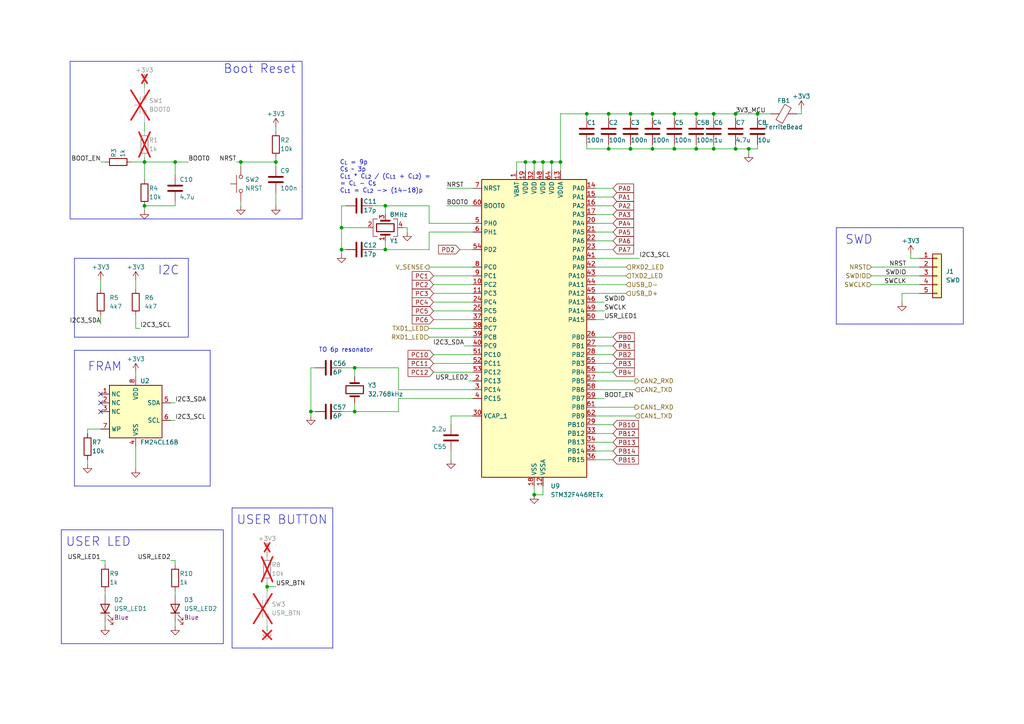
<source format=kicad_sch>
(kicad_sch (version 20231120) (generator "eeschema") (generator_version "8.0")
  (paper "A4")
  (title_block (title "MCU"))
  (lib_symbols
    (symbol "Connector_Generic:Conn_01x05" (pin_names (offset 1.016) hide)
      (property "Reference" "J" (at 0 7.62 0))
      (property "Value" "Conn_01x05" (at 0 -7.62 0))
      (symbol "Conn_01x05_1_1"
        (rectangle (start -1.27 -4.953) (end 0 -5.207) (stroke (width 0.1524)))
        (rectangle (start -1.27 -2.413) (end 0 -2.667) (stroke (width 0.1524)))
        (rectangle (start -1.27 0.127) (end 0 -0.127) (stroke (width 0.1524)))
        (rectangle (start -1.27 2.667) (end 0 2.413) (stroke (width 0.1524)))
        (rectangle (start -1.27 5.207) (end 0 4.953) (stroke (width 0.1524)))
        (rectangle (start -1.27 6.35) (end 1.27 -6.35) (stroke (width 0.254)) (fill (type background)))
        (pin passive line (at -5.08 5.08 0) (length 3.81) (name "Pin_1") (number "1"))
        (pin passive line (at -5.08 2.54 0) (length 3.81) (name "Pin_2") (number "2"))
        (pin passive line (at -5.08 0 0) (length 3.81) (name "Pin_3") (number "3"))
        (pin passive line (at -5.08 -2.54 0) (length 3.81) (name "Pin_4") (number "4"))
        (pin passive line (at -5.08 -5.08 0) (length 3.81) (name "Pin_5") (number "5"))
      )
    )
    (symbol "Device:C" (pin_numbers hide) (pin_names (offset 0.254))
      (property "Reference" "C" (at 0.635 2.54 0))
      (property "Value" "C" (at 0.635 -2.54 0))
      (symbol "C_0_1"
        (polyline (pts (xy -2.032 -0.762) (xy 2.032 -0.762)) (stroke (width 0.508)))
        (polyline (pts (xy -2.032 0.762) (xy 2.032 0.762)) (stroke (width 0.508)))
      )
      (symbol "C_1_1"
        (pin passive line (at 0 3.81 270) (length 2.794) (name "~") (number "1"))
        (pin passive line (at 0 -3.81 90) (length 2.794) (name "~") (number "2"))
      )
    )
    (symbol "Device:Crystal" (pin_numbers hide) (pin_names (offset 1.016) hide)
      (property "Reference" "Y" (at 0 3.81 0))
      (property "Value" "Crystal" (at 0 -3.81 0))
      (symbol "Crystal_0_1"
        (rectangle (start -1.143 2.54) (end 1.143 -2.54) (stroke (width 0.3048)))
        (polyline (pts (xy -2.54 0) (xy -1.905 0)))
        (polyline (pts (xy -1.905 -1.27) (xy -1.905 1.27)) (stroke (width 0.508)))
        (polyline (pts (xy 1.905 -1.27) (xy 1.905 1.27)) (stroke (width 0.508)))
        (polyline (pts (xy 2.54 0) (xy 1.905 0)))
      )
      (symbol "Crystal_1_1"
        (pin passive line (at -3.81 0 0) (length 1.27) (name "1") (number "1"))
        (pin passive line (at 3.81 0 180) (length 1.27) (name "2") (number "2"))
      )
    )
    (symbol "Device:Crystal_GND24" (pin_names (offset 1.016) hide)
      (property "Reference" "Y" (at 3.175 5.08 0))
      (property "Value" "Crystal_GND24" (at 3.175 3.175 0))
      (symbol "Crystal_GND24_0_1"
        (rectangle (start -1.143 2.54) (end 1.143 -2.54) (stroke (width 0.3048)))
        (polyline (pts (xy -2.54 0) (xy -2.032 0)))
        (polyline (pts (xy -2.032 -1.27) (xy -2.032 1.27)) (stroke (width 0.508)))
        (polyline (pts (xy 0 -3.81) (xy 0 -3.556)))
        (polyline (pts (xy 0 3.556) (xy 0 3.81)))
        (polyline (pts (xy 2.032 -1.27) (xy 2.032 1.27)) (stroke (width 0.508)))
        (polyline (pts (xy 2.032 0) (xy 2.54 0)))
        (polyline (pts (xy -2.54 -2.286) (xy -2.54 -3.556) (xy 2.54 -3.556) (xy 2.54 -2.286)))
        (polyline (pts (xy -2.54 2.286) (xy -2.54 3.556) (xy 2.54 3.556) (xy 2.54 2.286)))
      )
      (symbol "Crystal_GND24_1_1"
        (pin passive line (at -3.81 0 0) (length 1.27) (name "1") (number "1"))
        (pin passive line (at 0 5.08 270) (length 1.27) (name "2") (number "2"))
        (pin passive line (at 3.81 0 180) (length 1.27) (name "3") (number "3"))
        (pin passive line (at 0 -5.08 90) (length 1.27) (name "4") (number "4"))
      )
    )
    (symbol "Device:FerriteBead" (pin_numbers hide) (pin_names (offset 0))
      (property "Reference" "FB" (at -3.81 0.635 90))
      (property "Value" "FerriteBead" (at 3.81 0 90))
      (symbol "FerriteBead_0_1"
        (polyline (pts (xy 0 -1.27) (xy 0 -1.2192)))
        (polyline (pts (xy 0 1.27) (xy 0 1.2954)))
        (polyline (pts (xy -2.7686 0.4064) (xy -1.7018 2.2606) (xy 2.7686 -0.3048) (xy 1.6764 -2.159) (xy -2.7686 0.4064)))
      )
      (symbol "FerriteBead_1_1"
        (pin passive line (at 0 3.81 270) (length 2.54) (name "~") (number "1"))
        (pin passive line (at 0 -3.81 90) (length 2.54) (name "~") (number "2"))
      )
    )
    (symbol "Device:LED" (pin_numbers hide) (pin_names (offset 1.016) hide)
      (property "Reference" "D" (at 0 2.54 0))
      (property "Value" "LED" (at 0 -2.54 0))
      (symbol "LED_0_1"
        (polyline (pts (xy -1.27 -1.27) (xy -1.27 1.27)) (stroke (width 0.254)))
        (polyline (pts (xy -1.27 0) (xy 1.27 0)))
        (polyline (pts (xy 1.27 -1.27) (xy 1.27 1.27) (xy -1.27 0) (xy 1.27 -1.27)) (stroke (width 0.254)))
        (polyline (pts (xy -3.048 -0.762) (xy -4.572 -2.286) (xy -3.81 -2.286) (xy -4.572 -2.286) (xy -4.572 -1.524)))
        (polyline (pts (xy -1.778 -0.762) (xy -3.302 -2.286) (xy -2.54 -2.286) (xy -3.302 -2.286) (xy -3.302 -1.524)))
      )
      (symbol "LED_1_1"
        (pin passive line (at -3.81 0 0) (length 2.54) (name "K") (number "1"))
        (pin passive line (at 3.81 0 180) (length 2.54) (name "A") (number "2"))
      )
    )
    (symbol "Device:R" (pin_numbers hide) (pin_names (offset 0))
      (property "Reference" "R" (at 2.032 0 90))
      (property "Value" "R" (at 0 0 90))
      (symbol "R_0_1"
        (rectangle (start -1.016 -2.54) (end 1.016 2.54) (stroke (width 0.254)))
      )
      (symbol "R_1_1"
        (pin passive line (at 0 3.81 270) (length 1.27) (name "~") (number "1"))
        (pin passive line (at 0 -3.81 90) (length 1.27) (name "~") (number "2"))
      )
    )
    (symbol "GND_1" (power) (pin_names (offset 0))
      (property "Value" "GND_1" (at 0 -3.81 0))
      (symbol "GND_1_0_1"
        (polyline (pts (xy 0 0) (xy 0 -1.27) (xy 1.27 -1.27) (xy 0 -2.54) (xy -1.27 -1.27) (xy 0 -1.27)))
      )
      (symbol "GND_1_1_1"
        (pin power_in line (at 0 0 270) (length 0) hide (name "GND") (number "1"))
      )
    )
    (symbol "MCU_ST_STM32F4:STM32F446RETx"
      (property "Reference" "U" (at -15.24 44.45 0))
      (property "Value" "STM32F446RETx" (at 10.16 44.45 0))
      (symbol "STM32F446RETx_0_1"
        (rectangle (start -15.24 -43.18) (end 15.24 43.18) (stroke (width 0.254)) (fill (type background)))
      )
      (symbol "STM32F446RETx_1_1"
        (pin power_in line (at -5.08 45.72 270) (length 2.54) (name "VBAT") (number "1"))
        (pin bidirectional line (at -17.78 12.7 0) (length 2.54) (name "PC2") (number "10"))
        (pin bidirectional line (at -17.78 10.16 0) (length 2.54) (name "PC3") (number "11"))
        (pin power_in line (at 2.54 -45.72 90) (length 2.54) (name "VSSA") (number "12"))
        (pin power_in line (at 7.62 45.72 270) (length 2.54) (name "VDDA") (number "13"))
        (pin bidirectional line (at 17.78 40.64 180) (length 2.54) (name "PA0") (number "14"))
        (pin bidirectional line (at 17.78 38.1 180) (length 2.54) (name "PA1") (number "15"))
        (pin bidirectional line (at 17.78 35.56 180) (length 2.54) (name "PA2") (number "16"))
        (pin bidirectional line (at 17.78 33.02 180) (length 2.54) (name "PA3") (number "17"))
        (pin power_in line (at 0 -45.72 90) (length 2.54) (name "VSS") (number "18"))
        (pin power_in line (at -2.54 45.72 270) (length 2.54) (name "VDD") (number "19"))
        (pin bidirectional line (at -17.78 -15.24 0) (length 2.54) (name "PC13") (number "2"))
        (pin bidirectional line (at 17.78 30.48 180) (length 2.54) (name "PA4") (number "20"))
        (pin bidirectional line (at 17.78 27.94 180) (length 2.54) (name "PA5") (number "21"))
        (pin bidirectional line (at 17.78 25.4 180) (length 2.54) (name "PA6") (number "22"))
        (pin bidirectional line (at 17.78 22.86 180) (length 2.54) (name "PA7") (number "23"))
        (pin bidirectional line (at -17.78 7.62 0) (length 2.54) (name "PC4") (number "24"))
        (pin bidirectional line (at -17.78 5.08 0) (length 2.54) (name "PC5") (number "25"))
        (pin bidirectional line (at 17.78 -2.54 180) (length 2.54) (name "PB0") (number "26"))
        (pin bidirectional line (at 17.78 -5.08 180) (length 2.54) (name "PB1") (number "27"))
        (pin bidirectional line (at 17.78 -7.62 180) (length 2.54) (name "PB2") (number "28"))
        (pin bidirectional line (at 17.78 -27.94 180) (length 2.54) (name "PB10") (number "29"))
        (pin bidirectional line (at -17.78 -17.78 0) (length 2.54) (name "PC14") (number "3"))
        (pin power_out line (at -17.78 -25.4 0) (length 2.54) (name "VCAP_1") (number "30"))
        (pin passive line (at 0 -45.72 90) (length 2.54) hide (name "VSS") (number "31"))
        (pin power_in line (at 0 45.72 270) (length 2.54) (name "VDD") (number "32"))
        (pin bidirectional line (at 17.78 -30.48 180) (length 2.54) (name "PB12") (number "33"))
        (pin bidirectional line (at 17.78 -33.02 180) (length 2.54) (name "PB13") (number "34"))
        (pin bidirectional line (at 17.78 -35.56 180) (length 2.54) (name "PB14") (number "35"))
        (pin bidirectional line (at 17.78 -38.1 180) (length 2.54) (name "PB15") (number "36"))
        (pin bidirectional line (at -17.78 2.54 0) (length 2.54) (name "PC6") (number "37"))
        (pin bidirectional line (at -17.78 0 0) (length 2.54) (name "PC7") (number "38"))
        (pin bidirectional line (at -17.78 -2.54 0) (length 2.54) (name "PC8") (number "39"))
        (pin bidirectional line (at -17.78 -20.32 0) (length 2.54) (name "PC15") (number "4"))
        (pin bidirectional line (at -17.78 -5.08 0) (length 2.54) (name "PC9") (number "40"))
        (pin bidirectional line (at 17.78 20.32 180) (length 2.54) (name "PA8") (number "41"))
        (pin bidirectional line (at 17.78 17.78 180) (length 2.54) (name "PA9") (number "42"))
        (pin bidirectional line (at 17.78 15.24 180) (length 2.54) (name "PA10") (number "43"))
        (pin bidirectional line (at 17.78 12.7 180) (length 2.54) (name "PA11") (number "44"))
        (pin bidirectional line (at 17.78 10.16 180) (length 2.54) (name "PA12") (number "45"))
        (pin bidirectional line (at 17.78 7.62 180) (length 2.54) (name "PA13") (number "46"))
        (pin passive line (at 0 -45.72 90) (length 2.54) hide (name "VSS") (number "47"))
        (pin power_in line (at 2.54 45.72 270) (length 2.54) (name "VDD") (number "48"))
        (pin bidirectional line (at 17.78 5.08 180) (length 2.54) (name "PA14") (number "49"))
        (pin bidirectional line (at -17.78 30.48 0) (length 2.54) (name "PH0") (number "5"))
        (pin bidirectional line (at 17.78 2.54 180) (length 2.54) (name "PA15") (number "50"))
        (pin bidirectional line (at -17.78 -7.62 0) (length 2.54) (name "PC10") (number "51"))
        (pin bidirectional line (at -17.78 -10.16 0) (length 2.54) (name "PC11") (number "52"))
        (pin bidirectional line (at -17.78 -12.7 0) (length 2.54) (name "PC12") (number "53"))
        (pin bidirectional line (at -17.78 22.86 0) (length 2.54) (name "PD2") (number "54"))
        (pin bidirectional line (at 17.78 -10.16 180) (length 2.54) (name "PB3") (number "55"))
        (pin bidirectional line (at 17.78 -12.7 180) (length 2.54) (name "PB4") (number "56"))
        (pin bidirectional line (at 17.78 -15.24 180) (length 2.54) (name "PB5") (number "57"))
        (pin bidirectional line (at 17.78 -17.78 180) (length 2.54) (name "PB6") (number "58"))
        (pin bidirectional line (at 17.78 -20.32 180) (length 2.54) (name "PB7") (number "59"))
        (pin bidirectional line (at -17.78 27.94 0) (length 2.54) (name "PH1") (number "6"))
        (pin input line (at -17.78 35.56 0) (length 2.54) (name "BOOT0") (number "60"))
        (pin bidirectional line (at 17.78 -22.86 180) (length 2.54) (name "PB8") (number "61"))
        (pin bidirectional line (at 17.78 -25.4 180) (length 2.54) (name "PB9") (number "62"))
        (pin passive line (at 0 -45.72 90) (length 2.54) hide (name "VSS") (number "63"))
        (pin power_in line (at 5.08 45.72 270) (length 2.54) (name "VDD") (number "64"))
        (pin input line (at -17.78 40.64 0) (length 2.54) (name "NRST") (number "7"))
        (pin bidirectional line (at -17.78 17.78 0) (length 2.54) (name "PC0") (number "8"))
        (pin bidirectional line (at -17.78 15.24 0) (length 2.54) (name "PC1") (number "9"))
      )
    )
    (symbol "Switch:SW_Push" (pin_numbers hide) (pin_names (offset 1.016) hide)
      (property "Reference" "SW" (at 1.27 2.54 0))
      (property "Value" "SW_Push" (at 0 -1.524 0))
      (symbol "SW_Push_0_1"
        (circle (center -2.032 0) (radius 0.508))
        (polyline (pts (xy 0 1.27) (xy 0 3.048)))
        (polyline (pts (xy 2.54 1.27) (xy -2.54 1.27)))
        (circle (center 2.032 0) (radius 0.508))
        (pin passive line (at -5.08 0 0) (length 2.54) (name "1") (number "1"))
        (pin passive line (at 5.08 0 180) (length 2.54) (name "2") (number "2"))
      )
    )
    (symbol "custom_symbols:FM24CL16B"
      (property "Reference" "U" (at 6.35 11.43 0))
      (property "Value" "FM24CL16B" (at 6.35 8.89 0))
      (symbol "FM24CL16B_0_1"
        (rectangle (start -7.62 7.62) (end 7.62 -7.62) (stroke (width 0.254)) (fill (type background)))
      )
      (symbol "FM24CL16B_1_1"
        (pin unspecified line (at -10.16 5.08 0) (length 2.54) (name "NC") (number "1"))
        (pin unspecified line (at -10.16 2.54 0) (length 2.54) (name "NC") (number "2"))
        (pin unspecified line (at -10.16 0 0) (length 2.54) (name "NC") (number "3"))
        (pin power_in line (at 0 -10.16 90) (length 2.54) (name "VSS") (number "4"))
        (pin bidirectional line (at 10.16 2.54 180) (length 2.54) (name "SDA") (number "5"))
        (pin input line (at 10.16 -2.54 180) (length 2.54) (name "SCL") (number "6"))
        (pin input line (at -10.16 -5.08 0) (length 2.54) (name "WP") (number "7"))
        (pin power_in line (at 0 10.16 270) (length 2.54) (name "VDD") (number "8"))
      )
    )
    (symbol "power:+3V3" (power) (pin_names (offset 0))
      (property "Value" "+3V3" (at 0 3.556 0))
      (symbol "+3V3_0_1"
        (polyline (pts (xy -0.762 1.27) (xy 0 2.54)))
        (polyline (pts (xy 0 0) (xy 0 2.54)))
        (polyline (pts (xy 0 2.54) (xy 0.762 1.27)))
      )
      (symbol "+3V3_1_1"
        (pin power_in line (at 0 0 90) (length 0) hide (name "+3V3") (number "1"))
      )
    )
    (symbol "power:GND" (power) (pin_names (offset 0))
      (property "Value" "GND" (at 0 -3.81 0))
      (symbol "GND_0_1"
        (polyline (pts (xy 0 0) (xy 0 -1.27) (xy 1.27 -1.27) (xy 0 -2.54) (xy -1.27 -1.27) (xy 0 -1.27)))
      )
      (symbol "GND_1_1"
        (pin power_in line (at 0 0 270) (length 0) hide (name "GND") (number "1"))
      )
    )
  )
  (junction (at 80.01 46.99))
  (junction (at 176.53 33.02))
  (junction (at 102.87 119.38))
  (junction (at 217.17 43.18))
  (junction (at 170.18 33.02))
  (junction (at 201.93 43.18))
  (junction (at 207.01 43.18))
  (junction (at 160.02 46.99))
  (junction (at 213.36 33.02))
  (junction (at 207.01 33.02))
  (junction (at 162.56 46.99))
  (junction (at 195.58 43.18))
  (junction (at 69.85 46.99))
  (junction (at 99.06 72.39))
  (junction (at 41.91 46.99))
  (junction (at 219.71 33.02))
  (junction (at 102.87 106.68))
  (junction (at 182.88 43.18))
  (junction (at 152.4 46.99))
  (junction (at 189.23 43.18))
  (junction (at 77.47 170.18))
  (junction (at 90.17 119.38))
  (junction (at 157.48 46.99))
  (junction (at 154.94 143.51))
  (junction (at 99.06 66.04))
  (junction (at 195.58 33.02))
  (junction (at 111.76 59.69))
  (junction (at 41.91 59.69))
  (junction (at 213.36 43.18))
  (junction (at 182.88 33.02))
  (junction (at 50.8 46.99))
  (junction (at 189.23 33.02))
  (junction (at 111.76 72.39))
  (junction (at 154.94 46.99))
  (junction (at 201.93 33.02))
  (junction (at 176.53 43.18))
  (no_connect (at 29.21 116.84))
  (no_connect (at 29.21 119.38))
  (no_connect (at 29.21 114.3))
  (wire (pts (xy 90.17 119.38) (xy 90.17 120.65)))
  (wire (pts (xy 172.72 107.95) (xy 177.8 107.95)))
  (wire (pts (xy 41.91 35.56) (xy 41.91 38.1)))
  (wire (pts (xy 160.02 46.99) (xy 157.48 46.99)))
  (wire (pts (xy 176.53 33.02) (xy 182.88 33.02)))
  (wire (pts (xy 154.94 46.99) (xy 152.4 46.99)))
  (wire (pts (xy 69.85 58.42) (xy 69.85 59.69)))
  (wire (pts (xy 99.06 66.04) (xy 106.68 66.04)))
  (wire (pts (xy 50.8 46.99) (xy 54.61 46.99)))
  (wire (pts (xy 172.72 77.47) (xy 181.61 77.47)))
  (wire (pts (xy 50.8 162.56) (xy 50.8 163.83)))
  (polyline (pts (xy 60.96 101.6) (xy 60.96 140.97)))
  (wire (pts (xy 172.72 110.49) (xy 184.15 110.49)))
  (wire (pts (xy 182.88 41.91) (xy 182.88 43.18)))
  (wire (pts (xy 41.91 46.99) (xy 41.91 52.07)))
  (wire (pts (xy 201.93 33.02) (xy 207.01 33.02)))
  (wire (pts (xy 172.72 113.03) (xy 184.15 113.03)))
  (wire (pts (xy 172.72 62.23) (xy 177.8 62.23)))
  (wire (pts (xy 162.56 33.02) (xy 170.18 33.02)))
  (wire (pts (xy 50.8 180.34) (xy 50.8 181.61)))
  (wire (pts (xy 172.72 82.55) (xy 181.61 82.55)))
  (wire (pts (xy 102.87 119.38) (xy 102.87 116.84)))
  (wire (pts (xy 25.4 124.46) (xy 25.4 125.73)))
  (wire (pts (xy 130.81 130.81) (xy 130.81 133.35)))
  (wire (pts (xy 39.37 95.25) (xy 39.37 91.44)))
  (wire (pts (xy 77.47 168.91) (xy 77.47 170.18)))
  (wire (pts (xy 41.91 25.4) (xy 41.91 24.13)))
  (polyline (pts (xy 67.31 147.32) (xy 67.31 187.96)))
  (wire (pts (xy 176.53 34.29) (xy 176.53 33.02)))
  (wire (pts (xy 172.72 133.35) (xy 177.8 133.35)))
  (wire (pts (xy 29.21 81.28) (xy 29.21 83.82)))
  (wire (pts (xy 77.47 170.18) (xy 77.47 171.45)))
  (wire (pts (xy 175.26 115.57) (xy 172.72 115.57)))
  (wire (pts (xy 261.62 85.09) (xy 261.62 87.63)))
  (wire (pts (xy 125.73 92.71) (xy 137.16 92.71)))
  (wire (pts (xy 99.06 72.39) (xy 99.06 73.66)))
  (wire (pts (xy 154.94 143.51) (xy 157.48 143.51)))
  (wire (pts (xy 30.48 171.45) (xy 30.48 172.72)))
  (wire (pts (xy 149.86 46.99) (xy 149.86 49.53)))
  (wire (pts (xy 207.01 43.18) (xy 213.36 43.18)))
  (wire (pts (xy 107.95 72.39) (xy 111.76 72.39)))
  (wire (pts (xy 154.94 46.99) (xy 154.94 49.53)))
  (wire (pts (xy 172.72 128.27) (xy 177.8 128.27)))
  (wire (pts (xy 157.48 140.97) (xy 157.48 143.51)))
  (polyline (pts (xy 17.78 153.67) (xy 64.77 153.67)))
  (wire (pts (xy 172.72 97.79) (xy 177.8 97.79)))
  (wire (pts (xy 115.57 106.68) (xy 102.87 106.68)))
  (polyline (pts (xy 17.78 186.69) (xy 64.77 186.69)))
  (wire (pts (xy 124.46 67.31) (xy 124.46 72.39)))
  (wire (pts (xy 152.4 46.99) (xy 149.86 46.99)))
  (wire (pts (xy 102.87 109.22) (xy 102.87 106.68)))
  (wire (pts (xy 39.37 107.95) (xy 39.37 109.22)))
  (wire (pts (xy 162.56 33.02) (xy 162.56 46.99)))
  (polyline (pts (xy 60.96 140.97) (xy 21.59 140.97)))
  (polyline (pts (xy 17.78 186.69) (xy 17.78 153.67)))
  (wire (pts (xy 137.16 113.03) (xy 115.57 113.03)))
  (wire (pts (xy 99.06 59.69) (xy 99.06 66.04)))
  (wire (pts (xy 176.53 41.91) (xy 176.53 43.18)))
  (wire (pts (xy 124.46 97.79) (xy 137.16 97.79)))
  (wire (pts (xy 124.46 59.69) (xy 111.76 59.69)))
  (wire (pts (xy 219.71 33.02) (xy 219.71 34.29)))
  (wire (pts (xy 162.56 46.99) (xy 160.02 46.99)))
  (wire (pts (xy 182.88 33.02) (xy 189.23 33.02)))
  (wire (pts (xy 118.11 66.04) (xy 118.11 67.31)))
  (wire (pts (xy 172.72 85.09) (xy 181.61 85.09)))
  (wire (pts (xy 50.8 46.99) (xy 41.91 46.99)))
  (wire (pts (xy 175.26 90.17) (xy 172.72 90.17)))
  (wire (pts (xy 213.36 41.91) (xy 213.36 43.18)))
  (wire (pts (xy 129.54 54.61) (xy 137.16 54.61)))
  (polyline (pts (xy 96.52 187.96) (xy 67.31 187.96)))
  (wire (pts (xy 172.72 59.69) (xy 177.8 59.69)))
  (wire (pts (xy 50.8 59.69) (xy 41.91 59.69)))
  (wire (pts (xy 172.72 57.15) (xy 177.8 57.15)))
  (wire (pts (xy 29.21 91.44) (xy 29.21 93.98)))
  (wire (pts (xy 125.73 82.55) (xy 137.16 82.55)))
  (wire (pts (xy 170.18 33.02) (xy 170.18 34.29)))
  (wire (pts (xy 29.21 46.99) (xy 30.48 46.99)))
  (wire (pts (xy 182.88 33.02) (xy 182.88 34.29)))
  (wire (pts (xy 172.72 67.31) (xy 177.8 67.31)))
  (wire (pts (xy 176.53 43.18) (xy 182.88 43.18)))
  (wire (pts (xy 195.58 33.02) (xy 195.58 34.29)))
  (wire (pts (xy 99.06 66.04) (xy 99.06 72.39)))
  (wire (pts (xy 49.53 121.92) (xy 50.8 121.92)))
  (polyline (pts (xy 242.57 93.98) (xy 242.57 66.04)))
  (wire (pts (xy 195.58 33.02) (xy 201.93 33.02)))
  (wire (pts (xy 172.72 118.11) (xy 184.15 118.11)))
  (wire (pts (xy 252.73 80.01) (xy 266.7 80.01)))
  (wire (pts (xy 170.18 43.18) (xy 176.53 43.18)))
  (wire (pts (xy 207.01 33.02) (xy 213.36 33.02)))
  (wire (pts (xy 50.8 171.45) (xy 50.8 172.72)))
  (wire (pts (xy 25.4 134.62) (xy 25.4 133.35)))
  (wire (pts (xy 172.72 100.33) (xy 177.8 100.33)))
  (wire (pts (xy 68.58 46.99) (xy 69.85 46.99)))
  (wire (pts (xy 189.23 43.18) (xy 195.58 43.18)))
  (wire (pts (xy 213.36 33.02) (xy 213.36 34.29)))
  (wire (pts (xy 172.72 72.39) (xy 177.8 72.39)))
  (wire (pts (xy 133.35 72.39) (xy 137.16 72.39)))
  (wire (pts (xy 201.93 41.91) (xy 201.93 43.18)))
  (wire (pts (xy 266.7 85.09) (xy 261.62 85.09)))
  (polyline (pts (xy 242.57 66.04) (xy 279.4 66.04)))
  (wire (pts (xy 172.72 102.87) (xy 177.8 102.87)))
  (wire (pts (xy 107.95 59.69) (xy 111.76 59.69)))
  (polyline (pts (xy 21.59 101.6) (xy 21.59 140.97)))
  (wire (pts (xy 80.01 38.1) (xy 80.01 36.83)))
  (wire (pts (xy 201.93 33.02) (xy 201.93 34.29)))
  (polyline (pts (xy 242.57 93.98) (xy 279.4 93.98)))
  (wire (pts (xy 219.71 43.18) (xy 217.17 43.18)))
  (wire (pts (xy 125.73 80.01) (xy 137.16 80.01)))
  (wire (pts (xy 49.53 162.56) (xy 50.8 162.56)))
  (wire (pts (xy 130.81 123.19) (xy 130.81 120.65)))
  (wire (pts (xy 39.37 95.25) (xy 40.64 95.25)))
  (wire (pts (xy 99.06 72.39) (xy 100.33 72.39)))
  (wire (pts (xy 125.73 105.41) (xy 137.16 105.41)))
  (wire (pts (xy 91.44 106.68) (xy 90.17 106.68)))
  (wire (pts (xy 77.47 181.61) (xy 77.47 182.88)))
  (wire (pts (xy 252.73 77.47) (xy 266.7 77.47)))
  (wire (pts (xy 125.73 90.17) (xy 137.16 90.17)))
  (wire (pts (xy 195.58 43.18) (xy 201.93 43.18)))
  (wire (pts (xy 172.72 69.85) (xy 177.8 69.85)))
  (wire (pts (xy 219.71 41.91) (xy 219.71 43.18)))
  (wire (pts (xy 116.84 66.04) (xy 118.11 66.04)))
  (polyline (pts (xy 96.52 147.32) (xy 96.52 187.96)))
  (wire (pts (xy 172.72 130.81) (xy 177.8 130.81)))
  (wire (pts (xy 99.06 106.68) (xy 102.87 106.68)))
  (wire (pts (xy 152.4 46.99) (xy 152.4 49.53)))
  (wire (pts (xy 129.54 59.69) (xy 137.16 59.69)))
  (wire (pts (xy 77.47 160.02) (xy 77.47 161.29)))
  (wire (pts (xy 125.73 102.87) (xy 137.16 102.87)))
  (wire (pts (xy 213.36 33.02) (xy 219.71 33.02)))
  (wire (pts (xy 213.36 43.18) (xy 217.17 43.18)))
  (wire (pts (xy 172.72 87.63) (xy 175.26 87.63)))
  (wire (pts (xy 207.01 33.02) (xy 207.01 34.29)))
  (wire (pts (xy 30.48 162.56) (xy 30.48 163.83)))
  (wire (pts (xy 39.37 81.28) (xy 39.37 83.82)))
  (wire (pts (xy 80.01 46.99) (xy 80.01 48.26)))
  (wire (pts (xy 130.81 120.65) (xy 137.16 120.65)))
  (wire (pts (xy 170.18 41.91) (xy 170.18 43.18)))
  (wire (pts (xy 50.8 50.8) (xy 50.8 46.99)))
  (wire (pts (xy 137.16 67.31) (xy 124.46 67.31)))
  (wire (pts (xy 41.91 45.72) (xy 41.91 46.99)))
  (wire (pts (xy 252.73 82.55) (xy 266.7 82.55)))
  (wire (pts (xy 217.17 43.18) (xy 217.17 44.45)))
  (wire (pts (xy 266.7 74.93) (xy 264.16 74.93)))
  (wire (pts (xy 124.46 95.25) (xy 137.16 95.25)))
  (wire (pts (xy 172.72 123.19) (xy 177.8 123.19)))
  (wire (pts (xy 207.01 41.91) (xy 207.01 43.18)))
  (wire (pts (xy 201.93 43.18) (xy 207.01 43.18)))
  (wire (pts (xy 100.33 59.69) (xy 99.06 59.69)))
  (wire (pts (xy 189.23 33.02) (xy 189.23 34.29)))
  (wire (pts (xy 195.58 41.91) (xy 195.58 43.18)))
  (polyline (pts (xy 279.4 66.04) (xy 279.4 93.98)))
  (wire (pts (xy 111.76 72.39) (xy 111.76 69.85)))
  (wire (pts (xy 69.85 46.99) (xy 69.85 48.26)))
  (wire (pts (xy 77.47 170.18) (xy 80.01 170.18)))
  (wire (pts (xy 49.53 116.84) (xy 50.8 116.84)))
  (wire (pts (xy 124.46 72.39) (xy 111.76 72.39)))
  (wire (pts (xy 189.23 41.91) (xy 189.23 43.18)))
  (wire (pts (xy 264.16 74.93) (xy 264.16 73.66)))
  (wire (pts (xy 115.57 115.57) (xy 115.57 119.38)))
  (wire (pts (xy 160.02 49.53) (xy 160.02 46.99)))
  (wire (pts (xy 25.4 124.46) (xy 29.21 124.46)))
  (wire (pts (xy 172.72 120.65) (xy 184.15 120.65)))
  (wire (pts (xy 41.91 59.69) (xy 41.91 60.96)))
  (wire (pts (xy 232.41 33.02) (xy 231.14 33.02)))
  (wire (pts (xy 157.48 46.99) (xy 154.94 46.99)))
  (wire (pts (xy 69.85 46.99) (xy 80.01 46.99)))
  (wire (pts (xy 172.72 64.77) (xy 177.8 64.77)))
  (wire (pts (xy 125.73 87.63) (xy 137.16 87.63)))
  (wire (pts (xy 172.72 125.73) (xy 177.8 125.73)))
  (wire (pts (xy 219.71 33.02) (xy 223.52 33.02)))
  (wire (pts (xy 135.89 110.49) (xy 137.16 110.49)))
  (wire (pts (xy 124.46 64.77) (xy 124.46 59.69)))
  (wire (pts (xy 90.17 119.38) (xy 91.44 119.38)))
  (wire (pts (xy 232.41 31.75) (xy 232.41 33.02)))
  (wire (pts (xy 125.73 85.09) (xy 137.16 85.09)))
  (wire (pts (xy 80.01 45.72) (xy 80.01 46.99)))
  (wire (pts (xy 115.57 119.38) (xy 102.87 119.38)))
  (polyline (pts (xy 21.59 101.6) (xy 60.96 101.6)))
  (wire (pts (xy 39.37 129.54) (xy 39.37 135.89)))
  (wire (pts (xy 137.16 115.57) (xy 115.57 115.57)))
  (wire (pts (xy 99.06 119.38) (xy 102.87 119.38)))
  (wire (pts (xy 38.1 46.99) (xy 41.91 46.99)))
  (polyline (pts (xy 64.77 153.67) (xy 64.77 186.69)))
  (wire (pts (xy 172.72 92.71) (xy 175.26 92.71)))
  (wire (pts (xy 111.76 62.23) (xy 111.76 59.69)))
  (wire (pts (xy 125.73 107.95) (xy 137.16 107.95)))
  (wire (pts (xy 115.57 113.03) (xy 115.57 106.68)))
  (wire (pts (xy 172.72 80.01) (xy 181.61 80.01)))
  (wire (pts (xy 172.72 105.41) (xy 177.8 105.41)))
  (wire (pts (xy 185.42 74.93) (xy 172.72 74.93)))
  (wire (pts (xy 50.8 58.42) (xy 50.8 59.69)))
  (polyline (pts (xy 67.31 147.32) (xy 96.52 147.32)))
  (wire (pts (xy 90.17 106.68) (xy 90.17 119.38)))
  (wire (pts (xy 134.62 100.33) (xy 137.16 100.33)))
  (wire (pts (xy 154.94 140.97) (xy 154.94 143.51)))
  (wire (pts (xy 137.16 64.77) (xy 124.46 64.77)))
  (wire (pts (xy 162.56 49.53) (xy 162.56 46.99)))
  (wire (pts (xy 172.72 54.61) (xy 177.8 54.61)))
  (wire (pts (xy 124.46 77.47) (xy 137.16 77.47)))
  (wire (pts (xy 80.01 55.88) (xy 80.01 59.69)))
  (wire (pts (xy 157.48 46.99) (xy 157.48 49.53)))
  (wire (pts (xy 182.88 43.18) (xy 189.23 43.18)))
  (wire (pts (xy 30.48 180.34) (xy 30.48 181.61)))
  (wire (pts (xy 29.21 162.56) (xy 30.48 162.56)))
  (wire (pts (xy 170.18 33.02) (xy 176.53 33.02)))
  (wire (pts (xy 189.23 33.02) (xy 195.58 33.02)))
  (rectangle (start 21.59 74.93) (end 54.61 97.79))
  (rectangle (start 20.32 17.78) (end 87.63 63.5))
  (text "SWD" (at 245.11 71.12 0) (effects (font (size 2.54 2.54)) (justify left bottom)))
  (text "I2C" (at 45.72 80.01 0) (effects (font (size 2.54 2.54)) (justify left bottom)))
  (text "USER BUTTON" (at 68.58 152.4 0) (effects (font (size 2.54 2.54)) (justify left bottom)))
  (text "TO 6p resonator\n" (at 100.33 101.6 0) (effects (font (size 1.27 1.27))))
  (text "FRAM" (at 25.4 107.95 0) (effects (font (size 2.54 2.54)) (justify left bottom)))
  (text "C_{L} = 9p\nC_{S} ~ 3p\nC_{L1} * C_{L2} / (C_{L1} + C_{L2}) =\n= C_{L} - C_{S}\nC_{L1} = C_{L2} -> (14-18)p" (at 98.552 56.134 0) (effects (font (size 1.27 1.27)) (justify left bottom)))
  (text "USER LED" (at 19.05 158.75 0) (effects (font (size 2.54 2.54)) (justify left bottom)))
  (text "Boot Reset" (at 64.77 21.59 0) (effects (font (size 2.54 2.54)) (justify left bottom)))
  (label "I2C3_SDA" (at 29.21 93.98 180))
  (label "NRST" (at 129.54 54.61 0))
  (label "BOOT_EN" (at 175.26 115.57 0))
  (label "SWDIO" (at 262.89 80.01 180))
  (label "BOOT0" (at 129.54 59.69 0))
  (label "I2C3_SDA" (at 50.8 116.84 0))
  (label "I2C3_SCL" (at 50.8 121.92 0))
  (label "USR_LED2" (at 135.89 110.49 180))
  (label "BOOT_EN" (at 29.21 46.99 180))
  (label "USR_BTN" (at 80.01 170.18 0))
  (label "3V3_MCU" (at 213.36 33.02 0))
  (label "I2C3_SCL" (at 40.64 95.25 0))
  (label "BOOT0" (at 54.61 46.99 0))
  (label "USR_LED1" (at 29.21 162.56 180))
  (label "USR_LED1" (at 175.26 92.71 0))
  (label "USR_LED2" (at 49.53 162.56 180))
  (label "I2C3_SDA" (at 134.62 100.33 180))
  (label "SWDIO" (at 175.26 87.63 0))
  (label "SWCLK" (at 262.89 82.55 180))
  (label "I2C3_SCL" (at 185.42 74.93 0))
  (label "NRST" (at 262.89 77.47 180))
  (label "NRST" (at 68.58 46.99 180))
  (label "SWCLK" (at 175.26 90.17 0))
  (global_label "PC3" (shape input) (at 125.73 85.09 180) (property "Intersheetrefs" "${INTERSHEET_REFS}" (effects (hide yes))))
  (global_label "PB4" (shape input) (at 177.8 107.95 0) (property "Intersheetrefs" "${INTERSHEET_REFS}" (effects (hide yes))))
  (global_label "PB12" (shape input) (at 177.8 125.73 0) (property "Intersheetrefs" "${INTERSHEET_REFS}" (effects (hide yes))))
  (global_label "PB14" (shape input) (at 177.8 130.81 0) (property "Intersheetrefs" "${INTERSHEET_REFS}" (effects (hide yes))))
  (global_label "PA4" (shape input) (at 177.8 64.77 0) (property "Intersheetrefs" "${INTERSHEET_REFS}" (effects (hide yes))))
  (global_label "PB13" (shape input) (at 177.8 128.27 0) (property "Intersheetrefs" "${INTERSHEET_REFS}" (effects (hide yes))))
  (global_label "PA6" (shape input) (at 177.8 69.85 0) (property "Intersheetrefs" "${INTERSHEET_REFS}" (effects (hide yes))))
  (global_label "PB10" (shape input) (at 177.8 123.19 0) (property "Intersheetrefs" "${INTERSHEET_REFS}" (effects (hide yes))))
  (global_label "PA5" (shape input) (at 177.8 67.31 0) (property "Intersheetrefs" "${INTERSHEET_REFS}" (effects (hide yes))))
  (global_label "PC6" (shape input) (at 125.73 92.71 180) (property "Intersheetrefs" "${INTERSHEET_REFS}" (effects (hide yes))))
  (global_label "PA1" (shape input) (at 177.8 57.15 0) (property "Intersheetrefs" "${INTERSHEET_REFS}" (effects (hide yes))))
  (global_label "PC11" (shape input) (at 125.73 105.41 180) (property "Intersheetrefs" "${INTERSHEET_REFS}" (effects (hide yes))))
  (global_label "PC1" (shape input) (at 125.73 80.01 180) (property "Intersheetrefs" "${INTERSHEET_REFS}" (effects (hide yes))))
  (global_label "PB1" (shape input) (at 177.8 100.33 0) (property "Intersheetrefs" "${INTERSHEET_REFS}" (effects (hide yes))))
  (global_label "PA3" (shape input) (at 177.8 62.23 0) (property "Intersheetrefs" "${INTERSHEET_REFS}" (effects (hide yes))))
  (global_label "PC5" (shape input) (at 125.73 90.17 180) (property "Intersheetrefs" "${INTERSHEET_REFS}" (effects (hide yes))))
  (global_label "PC4" (shape input) (at 125.73 87.63 180) (property "Intersheetrefs" "${INTERSHEET_REFS}" (effects (hide yes))))
  (global_label "PA7" (shape input) (at 177.8 72.39 0) (property "Intersheetrefs" "${INTERSHEET_REFS}" (effects (hide yes))))
  (global_label "PC10" (shape input) (at 125.73 102.87 180) (property "Intersheetrefs" "${INTERSHEET_REFS}" (effects (hide yes))))
  (global_label "PB15" (shape input) (at 177.8 133.35 0) (property "Intersheetrefs" "${INTERSHEET_REFS}" (effects (hide yes))))
  (global_label "PB0" (shape input) (at 177.8 97.79 0) (property "Intersheetrefs" "${INTERSHEET_REFS}" (effects (hide yes))))
  (global_label "PC12" (shape input) (at 125.73 107.95 180) (property "Intersheetrefs" "${INTERSHEET_REFS}" (effects (hide yes))))
  (global_label "PA0" (shape input) (at 177.8 54.61 0) (property "Intersheetrefs" "${INTERSHEET_REFS}" (effects (hide yes))))
  (global_label "PC2" (shape input) (at 125.73 82.55 180) (property "Intersheetrefs" "${INTERSHEET_REFS}" (effects (hide yes))))
  (global_label "PB3" (shape input) (at 177.8 105.41 0) (property "Intersheetrefs" "${INTERSHEET_REFS}" (effects (hide yes))))
  (global_label "PB2" (shape input) (at 177.8 102.87 0) (property "Intersheetrefs" "${INTERSHEET_REFS}" (effects (hide yes))))
  (global_label "PD2" (shape input) (at 133.35 72.39 180) (property "Intersheetrefs" "${INTERSHEET_REFS}" (effects (hide yes))))
  (global_label "PA2" (shape input) (at 177.8 59.69 0) (property "Intersheetrefs" "${INTERSHEET_REFS}" (effects (hide yes))))
  (hierarchical_label "TXD2_LED" (shape input) (at 181.61 80.01 0))
  (hierarchical_label "TXD1_LED" (shape input) (at 124.46 95.25 180))
  (hierarchical_label "NRST" (shape input) (at 252.73 77.47 180))
  (hierarchical_label "CAN2_RXD" (shape output) (at 184.15 110.49 0))
  (hierarchical_label "CAN1_RXD" (shape output) (at 184.15 118.11 0))
  (hierarchical_label "RXD2_LED" (shape input) (at 181.61 77.47 0))
  (hierarchical_label "USB_D+" (shape input) (at 181.61 85.09 0))
  (hierarchical_label "RXD1_LED" (shape input) (at 124.46 97.79 180))
  (hierarchical_label "USB_D-" (shape input) (at 181.61 82.55 0))
  (hierarchical_label "CAN1_TXD" (shape input) (at 184.15 120.65 0))
  (hierarchical_label "SWCLK" (shape input) (at 252.73 82.55 180))
  (hierarchical_label "SWDIO" (shape input) (at 252.73 80.01 180))
  (hierarchical_label "V_SENSE" (shape output) (at 124.46 77.47 180))
  (hierarchical_label "CAN2_TXD" (shape input) (at 184.15 113.03 0))
  (symbol (lib_id "Device:C") (at 104.14 72.39 90) (unit 1)
    (property "Reference" "C12" (at 105.41 71.12 90) (effects (justify right)))
    (property "Value" "17p" (at 105.41 73.66 90) (effects (justify right)))
    (property "Footprint" "Capacitor_SMD:C_0402_1005Metric" (effects (hide yes)))
  )
  (symbol (lib_id "Device:C") (at 80.01 52.07 0) (unit 1)
    (property "Reference" "C9" (at 81.28 49.53 0) (effects (justify left)))
    (property "Value" "100n" (at 81.28 54.61 0) (effects (justify left)))
    (property "Footprint" "Capacitor_SMD:C_0402_1005Metric" (effects (hide yes)))
  )
  (symbol (lib_id "power:GND") (at 99.06 73.66 0) (unit 1)
    (property "Reference" "#PWR012" (effects (hide yes)))
    (property "Value" "GND" (effects (hide yes)))
  )
  (symbol (lib_id "custom_symbols:FM24CL16B") (at 39.37 119.38 0) (unit 1)
    (property "Reference" "U2" (at 40.64 110.49 0) (effects (justify left)))
    (property "Value" "FM24CL16B" (at 40.64 128.27 0) (effects (justify left)))
    (property "Footprint" "Package_SO:SOIC-8_3.9x4.9mm_P1.27mm" (effects (hide yes)))
    (property "Datasheet" "https://datasheet.lcsc.com/lcsc/1809042017_Cypress-Semicon-FM24CL16B-GTR_C31082.pdf" (effects (hide yes)))
  )
  (symbol (lib_id "Device:C") (at 182.88 38.1 0) (unit 1)
    (property "Reference" "C3" (at 182.88 35.56 0) (effects (justify left)))
    (property "Value" "100n" (at 182.88 40.64 0) (effects (justify left)))
    (property "Footprint" "Capacitor_SMD:C_0402_1005Metric" (effects (hide yes)))
  )
  (symbol (lib_id "power:+3V3") (at 41.91 24.13 0) (unit 1) (on_board no) (dnp yes)
    (property "Reference" "#PWR02" (effects (hide yes)))
    (property "Value" "+3V3" (at 41.91 20.32 0))
  )
  (symbol (lib_id "power:GND") (at 217.17 44.45 0) (unit 1)
    (property "Reference" "#PWR06" (effects (hide yes)))
    (property "Value" "GND" (effects (hide yes)))
  )
  (symbol (lib_name "GND_1") (lib_id "power:GND") (at 130.81 133.35 0) (unit 1)
    (property "Reference" "#PWR0103" (effects (hide yes)))
    (property "Value" "GND" (effects (hide yes)))
  )
  (symbol (lib_id "Device:R") (at 29.21 87.63 0) (unit 1)
    (property "Reference" "R5" (at 31.75 86.36 0) (effects (justify left)))
    (property "Value" "4k7" (at 31.75 88.9 0) (effects (justify left)))
    (property "Footprint" "Resistor_SMD:R_0402_1005Metric" (effects (hide yes)))
  )
  (symbol (lib_id "power:+3V3") (at 232.41 31.75 0) (unit 1)
    (property "Reference" "#PWR03" (effects (hide yes)))
    (property "Value" "+3V3" (at 232.41 27.94 0))
  )
  (symbol (lib_id "Device:LED") (at 30.48 176.53 90) (unit 1)
    (property "Reference" "D2" (at 33.02 173.99 90) (effects (justify right)))
    (property "Value" "USR_LED1" (at 33.02 176.53 90) (effects (justify right)))
    (property "Footprint" "Diode_SMD:D_0603_1608Metric" (effects (hide yes)))
    (property "Color" "Blue" (at 33.02 179.07 90) (effects (justify right)))
  )
  (symbol (lib_id "Device:Crystal") (at 102.87 113.03 270) (unit 1)
    (property "Reference" "Y3" (at 106.68 111.7599 90) (effects (justify left)))
    (property "Value" "32.768kHz" (at 106.68 114.2999 90) (effects (justify left)))
    (property "Footprint" "Crystal:Crystal_SMD_3215-2Pin_3.2x1.5mm" (effects (hide yes)))
    (property "Description" "Two pin crystal" (effects (hide yes)))
  )
  (symbol (lib_id "Switch:SW_Push") (at 69.85 53.34 90) (unit 1)
    (property "Reference" "SW2" (at 71.12 52.0699 90) (effects (justify right)))
    (property "Value" "NRST" (at 71.12 54.6099 90) (effects (justify right)))
    (property "Footprint" "Button_Switch_THT:SW_Tactile_SPST_Angled_PTS645Vx58-2LFS" (effects (hide yes)))
  )
  (symbol (lib_id "power:GND") (at 69.85 59.69 0) (unit 1)
    (property "Reference" "#PWR08" (effects (hide yes)))
    (property "Value" "GND" (effects (hide yes)))
  )
  (symbol (lib_id "Device:C") (at 50.8 54.61 0) (unit 1)
    (property "Reference" "C10" (at 52.07 52.07 0) (effects (justify left)))
    (property "Value" "4.7u" (at 52.07 57.15 0) (effects (justify left)))
    (property "Footprint" "Capacitor_SMD:C_0402_1005Metric" (effects (hide yes)))
  )
  (symbol (lib_id "power:GND") (at 25.4 134.62 0) (unit 1)
    (property "Reference" "#PWR017" (effects (hide yes)))
    (property "Value" "GND" (effects (hide yes)))
  )
  (symbol (lib_id "Device:FerriteBead") (at 227.33 33.02 90) (unit 1)
    (property "Reference" "FB1" (at 227.33 29.21 90))
    (property "Value" "FerriteBead" (at 227.33 36.83 90))
    (property "Footprint" "Inductor_SMD:L_0805_2012Metric" (effects (hide yes)))
  )
  (symbol (lib_id "Device:R") (at 80.01 41.91 0) (unit 1)
    (property "Reference" "R2" (at 81.28 40.64 0) (effects (justify left)))
    (property "Value" "10k" (at 81.28 43.18 0) (effects (justify left)))
    (property "Footprint" "Resistor_SMD:R_0402_1005Metric" (effects (hide yes)))
  )
  (symbol (lib_id "power:GND") (at 80.01 59.69 0) (unit 1)
    (property "Reference" "#PWR09" (effects (hide yes)))
    (property "Value" "GND" (effects (hide yes)))
  )
  (symbol (lib_id "power:GND") (at 41.91 60.96 0) (unit 1)
    (property "Reference" "#PWR010" (effects (hide yes)))
    (property "Value" "GND" (effects (hide yes)))
  )
  (symbol (lib_id "Switch:SW_Push") (at 77.47 176.53 90) (unit 1) (on_board no) (dnp yes)
    (property "Reference" "SW3" (at 78.74 175.2599 90) (effects (justify right)))
    (property "Value" "USR_BTN" (at 78.74 177.7999 90) (effects (justify right)))
    (property "Footprint" "Button_Switch_THT:SW_Tactile_SPST_Angled_PTS645Vx58-2LFS" (effects (hide yes)))
  )
  (symbol (lib_id "Device:C") (at 176.53 38.1 0) (unit 1)
    (property "Reference" "C2" (at 176.53 35.56 0) (effects (justify left)))
    (property "Value" "100n" (at 176.53 40.64 0) (effects (justify left)))
    (property "Footprint" "Capacitor_SMD:C_0402_1005Metric" (effects (hide yes)))
  )
  (symbol (lib_id "power:GND") (at 77.47 182.88 0) (unit 1) (on_board no) (dnp yes)
    (property "Reference" "#PWR022" (effects (hide yes)))
    (property "Value" "GND" (effects (hide yes)))
  )
  (symbol (lib_id "Device:R") (at 77.47 165.1 0) (unit 1) (on_board no) (dnp yes)
    (property "Reference" "R8" (at 78.74 163.83 0) (effects (justify left)))
    (property "Value" "10k" (at 78.74 166.37 0) (effects (justify left)))
    (property "Footprint" "Resistor_SMD:R_0402_1005Metric" (effects (hide yes)))
  )
  (symbol (lib_id "Device:C") (at 170.18 38.1 0) (unit 1)
    (property "Reference" "C1" (at 170.18 35.56 0) (effects (justify left)))
    (property "Value" "100n" (at 170.18 40.64 0) (effects (justify left)))
    (property "Footprint" "Capacitor_SMD:C_0402_1005Metric" (effects (hide yes)))
  )
  (symbol (lib_id "Device:R") (at 30.48 167.64 0) (unit 1)
    (property "Reference" "R9" (at 31.75 166.37 0) (effects (justify left)))
    (property "Value" "1k" (at 31.75 168.91 0) (effects (justify left)))
    (property "Footprint" "Resistor_SMD:R_0402_1005Metric" (effects (hide yes)))
  )
  (symbol (lib_id "Device:R") (at 41.91 55.88 0) (unit 1)
    (property "Reference" "R4" (at 43.18 54.61 0) (effects (justify left)))
    (property "Value" "10k" (at 43.18 57.15 0) (effects (justify left)))
    (property "Footprint" "Resistor_SMD:R_0402_1005Metric" (effects (hide yes)))
  )
  (symbol (lib_id "Device:R") (at 34.29 46.99 90) (unit 1)
    (property "Reference" "R3" (at 33.02 45.72 0) (effects (justify left)))
    (property "Value" "1k" (at 35.56 45.72 0) (effects (justify left)))
    (property "Footprint" "Resistor_SMD:R_0402_1005Metric" (effects (hide yes)))
  )
  (symbol (lib_id "Device:R") (at 39.37 87.63 0) (unit 1)
    (property "Reference" "R6" (at 41.91 86.36 0) (effects (justify left)))
    (property "Value" "4k7" (at 41.91 88.9 0) (effects (justify left)))
    (property "Footprint" "Resistor_SMD:R_0402_1005Metric" (effects (hide yes)))
  )
  (symbol (lib_id "Device:C") (at 213.36 38.1 0) (unit 1)
    (property "Reference" "C7" (at 213.36 35.56 0) (effects (justify left)))
    (property "Value" "4.7u" (at 213.36 40.64 0) (effects (justify left)))
    (property "Footprint" "Capacitor_SMD:C_0603_1608Metric" (effects (hide yes)))
  )
  (symbol (lib_id "MCU_ST_STM32F4:STM32F446RETx") (at 154.94 95.25 0) (unit 1)
    (property "Reference" "U9" (at 159.6741 140.97 0) (effects (justify left)))
    (property "Value" "STM32F446RETx" (at 159.6741 143.51 0) (effects (justify left)))
    (property "Footprint" "Package_QFP:LQFP-64_10x10mm_P0.5mm" (effects (hide yes)))
    (property "Datasheet" "https://www.st.com/resource/en/datasheet/stm32f446re.pdf" (effects (hide yes)))
    (property "Description" "STMicroelectronics Arm Cortex-M4 MCU, 512KB flash, 128KB RAM, 180 MHz, 1.8-3.6V, 50 GPIO, LQFP64" (effects (hide yes)))
  )
  (symbol (lib_id "power:GND") (at 90.17 120.65 0) (unit 1)
    (property "Reference" "#PWR0104" (effects (hide yes)))
    (property "Value" "GND" (effects (hide yes)))
  )
  (symbol (lib_id "Device:R") (at 25.4 129.54 180) (unit 1)
    (property "Reference" "R7" (at 26.67 128.27 0) (effects (justify right)))
    (property "Value" "10k" (at 26.67 130.81 0) (effects (justify right)))
    (property "Footprint" "Resistor_SMD:R_0402_1005Metric" (effects (hide yes)))
  )
  (symbol (lib_id "Device:LED") (at 50.8 176.53 90) (unit 1)
    (property "Reference" "D3" (at 53.34 173.99 90) (effects (justify right)))
    (property "Value" "USR_LED2" (at 53.34 176.53 90) (effects (justify right)))
    (property "Footprint" "Diode_SMD:D_0603_1608Metric" (effects (hide yes)))
    (property "Color" "Blue" (at 53.34 179.07 90) (effects (justify right)))
  )
  (symbol (lib_name "GND_1") (lib_id "power:GND") (at 154.94 143.51 0) (unit 1)
    (property "Reference" "#PWR016" (effects (hide yes)))
    (property "Value" "GND" (effects (hide yes)))
  )
  (symbol (lib_id "Device:C") (at 130.81 127 180) (unit 1)
    (property "Reference" "C55" (at 129.54 129.54 0) (effects (justify left)))
    (property "Value" "2.2u" (at 129.54 124.46 0) (effects (justify left)))
    (property "Footprint" "Capacitor_SMD:C_0402_1005Metric" (effects (hide yes)))
  )
  (symbol (lib_id "power:GND") (at 118.11 67.31 0) (unit 1)
    (property "Reference" "#PWR011" (effects (hide yes)))
    (property "Value" "GND" (effects (hide yes)))
  )
  (symbol (lib_id "power:GND") (at 261.62 87.63 0) (unit 1)
    (property "Reference" "#PWR07" (effects (hide yes)))
    (property "Value" "GND" (effects (hide yes)))
  )
  (symbol (lib_id "Device:C") (at 104.14 59.69 90) (unit 1)
    (property "Reference" "C11" (at 105.41 58.42 90) (effects (justify right)))
    (property "Value" "17p" (at 105.41 60.96 90) (effects (justify right)))
    (property "Footprint" "Capacitor_SMD:C_0402_1005Metric" (effects (hide yes)))
  )
  (symbol (lib_id "Device:C") (at 201.93 38.1 0) (unit 1)
    (property "Reference" "C58" (at 201.93 35.56 0) (effects (justify left)))
    (property "Value" "100n" (at 201.93 40.64 0) (effects (justify left)))
    (property "Footprint" "Capacitor_SMD:C_0402_1005Metric" (effects (hide yes)))
  )
  (symbol (lib_id "Connector_Generic:Conn_01x05") (at 271.78 80.01 0) (unit 1)
    (property "Reference" "J1" (at 274.32 78.7399 0) (effects (justify left)))
    (property "Value" "SWD" (at 274.32 81.2799 0) (effects (justify left)))
    (property "Footprint" "Connector_PinSocket_2.54mm:PinSocket_1x05_P2.54mm_Vertical" (effects (hide yes)))
    (property "Description" "Generic connector, single row, 01x05, script generated (kicad-library-utils/schlib/autogen/connector/)" (effects (hide yes)))
  )
  (symbol (lib_id "power:GND") (at 39.37 135.89 0) (unit 1)
    (property "Reference" "#PWR018" (effects (hide yes)))
    (property "Value" "GND" (effects (hide yes)))
  )
  (symbol (lib_id "Device:R") (at 50.8 167.64 0) (unit 1)
    (property "Reference" "R10" (at 52.07 166.37 0) (effects (justify left)))
    (property "Value" "1k" (at 52.07 168.91 0) (effects (justify left)))
    (property "Footprint" "Resistor_SMD:R_0402_1005Metric" (effects (hide yes)))
  )
  (symbol (lib_id "Switch:SW_Push") (at 41.91 30.48 90) (unit 1) (on_board no) (dnp yes)
    (property "Reference" "SW1" (at 43.18 29.2099 90) (effects (justify right)))
    (property "Value" "BOOT0" (at 43.18 31.7499 90) (effects (justify right)))
    (property "Footprint" "Button_Switch_THT:SW_Tactile_SPST_Angled_PTS645Vx58-2LFS" (effects (hide yes)))
  )
  (symbol (lib_id "Device:C") (at 195.58 38.1 0) (unit 1)
    (property "Reference" "C5" (at 195.58 35.56 0) (effects (justify left)))
    (property "Value" "100n" (at 195.58 40.64 0) (effects (justify left)))
    (property "Footprint" "Capacitor_SMD:C_0402_1005Metric" (effects (hide yes)))
  )
  (symbol (lib_id "Device:C") (at 189.23 38.1 0) (unit 1)
    (property "Reference" "C4" (at 189.23 35.56 0) (effects (justify left)))
    (property "Value" "100n" (at 189.23 40.64 0) (effects (justify left)))
    (property "Footprint" "Capacitor_SMD:C_0402_1005Metric" (effects (hide yes)))
  )
  (symbol (lib_id "power:+3V3") (at 80.01 36.83 0) (unit 1)
    (property "Reference" "#PWR05" (effects (hide yes)))
    (property "Value" "+3V3" (at 80.01 33.02 0))
  )
  (symbol (lib_id "power:GND") (at 30.48 181.61 0) (unit 1)
    (property "Reference" "#PWR020" (effects (hide yes)))
    (property "Value" "GND" (effects (hide yes)))
  )
  (symbol (lib_id "Device:C") (at 95.25 106.68 90) (unit 1)
    (property "Reference" "C56" (at 96.52 105.41 90) (effects (justify right)))
    (property "Value" "6P" (at 96.52 107.95 90) (effects (justify right)))
    (property "Footprint" "Capacitor_SMD:C_0402_1005Metric" (effects (hide yes)))
  )
  (symbol (lib_id "Device:Crystal_GND24") (at 111.76 66.04 90) (unit 1)
    (property "Reference" "Y1" (at 113.03 69.85 90) (effects (justify right)))
    (property "Value" "8MHz" (at 113.03 62.23 90) (effects (justify right)))
    (property "Footprint" "Crystal:Crystal_SMD_3225-4Pin_3.2x2.5mm" (effects (hide yes)))
  )
  (symbol (lib_id "power:+3V3") (at 39.37 81.28 0) (unit 1)
    (property "Reference" "#PWR014" (effects (hide yes)))
    (property "Value" "+3V3" (at 39.37 77.47 0))
  )
  (symbol (lib_id "power:+3V3") (at 77.47 160.02 0) (unit 1) (on_board no) (dnp yes)
    (property "Reference" "#PWR019" (effects (hide yes)))
    (property "Value" "+3V3" (at 77.47 156.21 0))
  )
  (symbol (lib_id "power:+3V3") (at 39.37 107.95 0) (unit 1)
    (property "Reference" "#PWR015" (effects (hide yes)))
    (property "Value" "+3V3" (at 39.37 104.14 0))
  )
  (symbol (lib_id "Device:C") (at 95.25 119.38 90) (unit 1)
    (property "Reference" "C57" (at 96.52 118.11 90) (effects (justify right)))
    (property "Value" "6P" (at 96.52 120.65 90) (effects (justify right)))
    (property "Footprint" "Capacitor_SMD:C_0402_1005Metric" (effects (hide yes)))
  )
  (symbol (lib_id "power:+3V3") (at 264.16 73.66 0) (unit 1)
    (property "Reference" "#PWR04" (effects (hide yes)))
    (property "Value" "+3V3" (at 264.16 69.85 0))
  )
  (symbol (lib_id "power:+3V3") (at 29.21 81.28 0) (unit 1)
    (property "Reference" "#PWR013" (effects (hide yes)))
    (property "Value" "+3V3" (at 29.21 77.47 0))
  )
  (symbol (lib_id "Device:C") (at 219.71 38.1 0) (unit 1)
    (property "Reference" "C8" (at 219.71 35.56 0) (effects (justify left)))
    (property "Value" "10u" (at 219.71 40.64 0) (effects (justify left)))
    (property "Footprint" "Capacitor_SMD:C_0805_2012Metric" (effects (hide yes)))
  )
  (symbol (lib_id "Device:C") (at 207.01 38.1 0) (unit 1)
    (property "Reference" "C6" (at 207.01 35.56 0) (effects (justify left)))
    (property "Value" "1u" (at 207.01 40.64 0) (effects (justify left)))
    (property "Footprint" "Capacitor_SMD:C_0603_1608Metric" (effects (hide yes)))
  )
  (symbol (lib_id "power:GND") (at 50.8 181.61 0) (unit 1)
    (property "Reference" "#PWR021" (effects (hide yes)))
    (property "Value" "GND" (effects (hide yes)))
  )
  (symbol (lib_id "Device:R") (at 41.91 41.91 0) (unit 1) (on_board no) (dnp yes)
    (property "Reference" "R1" (at 43.18 40.64 0) (effects (justify left)))
    (property "Value" "1k" (at 43.18 43.18 0) (effects (justify left)))
    (property "Footprint" "Resistor_SMD:R_0402_1005Metric" (effects (hide yes)))
  )
)
</source>
